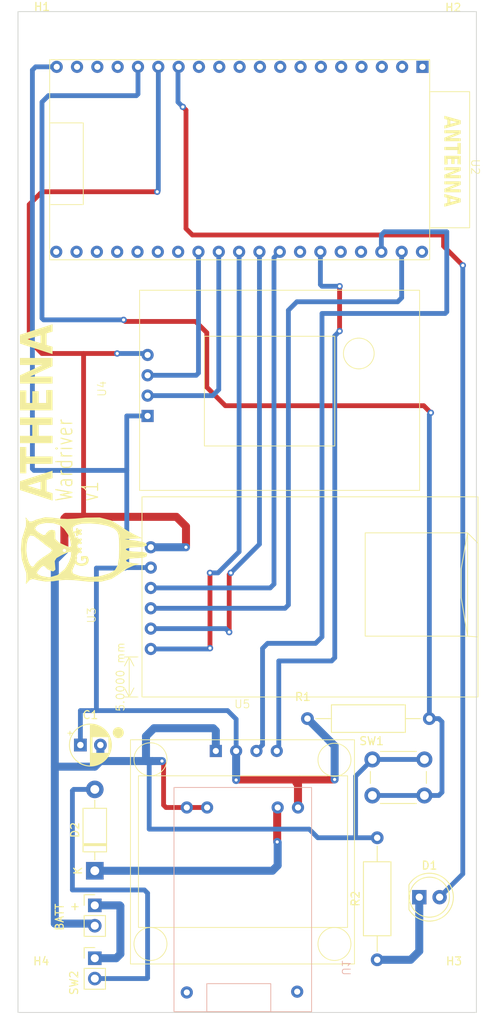
<source format=kicad_pcb>
(kicad_pcb (version 20221018) (generator pcbnew)
  (layers (0 "F.Cu" signal) (31 "B.Cu" signal) (34 "B.Paste" user) (35 "F.Paste" user) (36 "B.SilkS" user "B.Silkscreen") (37 "F.SilkS" user "F.Silkscreen") (38 "B.Mask" user) (39 "F.Mask" user) (44 "Edge.Cuts" user))
  (net 0 "")
  (net 1 "Net-(U1-OUT+)")
  (net 2 "GND")
  (net 3 "Net-(D1-K)")
  (net 4 "Net-(D1-A)")
  (net 5 "Net-(D2-K)")
  (net 6 "Net-(D2-A)")
  (net 7 "Net-(J1-Pin_1)")
  (net 8 "Net-(U2-P13)")
  (net 33 "Net-(U2-P16)")
  (net 34 "Net-(U2-P17)")
  (net 35 "Net-(U2-P5)")
  (net 36 "Net-(U2-P18)")
  (net 37 "Net-(U2-P19)")
  (net 39 "Net-(U2-P21)")
  (net 42 "Net-(U2-P22)")
  (net 43 "Net-(U2-P23)")
  (footprint "custom-modules:AI-THINKER-NODEMCU" (layer "F.Cu") (at 118.46 30.5 -90)
    (fp_text reference "U2" (at 13.4 -5.7 -90 unlocked) (layer "F.SilkS") (effects (font (thickness 0.1))))
    (fp_text value "NODEMCU")
    (fp_text user "ANTENNA" (at 7 -1.5 -90 unlocked) (layer "F.SilkS") (effects (font (size 2 1.5) (thickness 0.1)) (justify left bottom)))
    (fp_rect (start 0 0) (end 25 47.5) (stroke (width 0.1)) (fill none) (layer "F.SilkS"))
    (fp_rect (start 4 0) (end 21 -5) (stroke (width 0.1)) (fill none) (layer "F.SilkS"))
    (fp_rect (start 7.9 43.3) (end 18.1 47.5) (stroke (width 0.1)) (fill none) (layer "F.SilkS"))
    (pad "1" thru_hole rect (at 0.9 0.9 270) (size 1.524 1.524) (drill 0.762) (layers "*.Cu" "*.Mask"))
    (pad "2" thru_hole circle (at 0.9 3.44 270) (size 1.524 1.524) (drill 0.762) (layers "*.Cu" "*.Mask"))
    (pad "3" thru_hole circle (at 0.9 5.98 270) (size 1.524 1.524) (drill 0.762) (layers "*.Cu" "*.Mask"))
    (pad "4" thru_hole circle (at 0.9 8.52 270) (size 1.524 1.524) (drill 0.762) (layers "*.Cu" "*.Mask"))
    (pad "5" thru_hole circle (at 0.9 11.06 270) (size 1.524 1.524) (drill 0.762) (layers "*.Cu" "*.Mask"))
    (pad "6" thru_hole circle (at 0.9 13.6 270) (size 1.524 1.524) (drill 0.762) (layers "*.Cu" "*.Mask"))
    (pad "7" thru_hole circle (at 0.9 16.14 270) (size 1.524 1.524) (drill 0.762) (layers "*.Cu" "*.Mask"))
    (pad "8" thru_hole circle (at 0.9 18.68 270) (size 1.524 1.524) (drill 0.762) (layers "*.Cu" "*.Mask"))
    (pad "9" thru_hole circle (at 0.9 21.22 270) (size 1.524 1.524) (drill 0.762) (layers "*.Cu" "*.Mask"))
    (pad "10" thru_hole circle (at 0.9 23.76 270) (size 1.524 1.524) (drill 0.762) (layers "*.Cu" "*.Mask"))
    (pad "11" thru_hole circle (at 0.9 26.3 270) (size 1.524 1.524) (drill 0.762) (layers "*.Cu" "*.Mask"))
    (pad "12" thru_hole circle (at 0.9 28.84 270) (size 1.524 1.524) (drill 0.762) (layers "*.Cu" "*.Mask"))
    (pad "13" thru_hole circle (at 0.9 31.38 270) (size 1.524 1.524) (drill 0.762) (layers "*.Cu" "*.Mask") (net 4 "Net-(D1-A)"))
    (pad "14" thru_hole circle (at 0.9 33.92 270) (size 1.524 1.524) (drill 0.762) (layers "*.Cu" "*.Mask") (net 2 "GND"))
    (pad "15" thru_hole circle (at 0.9 36.46 270) (size 1.524 1.524) (drill 0.762) (layers "*.Cu" "*.Mask") (net 8 "Net-(U2-P13)"))
    (pad "16" thru_hole circle (at 0.9 39 270) (size 1.524 1.524) (drill 0.762) (layers "*.Cu" "*.Mask"))
    (pad "17" thru_hole circle (at 0.9 41.54 270) (size 1.524 1.524) (drill 0.762) (layers "*.Cu" "*.Mask"))
    (pad "18" thru_hole circle (at 0.9 44.08 270) (size 1.524 1.524) (drill 0.762) (layers "*.Cu" "*.Mask"))
    (pad "19" thru_hole circle (at 0.9 46.62 270) (size 1.524 1.524) (drill 0.762) (layers "*.Cu" "*.Mask") (net 1 "Net-(U1-OUT+)"))
    (pad "20" thru_hole circle (at 24 46.68 270) (size 1.524 1.524) (drill 0.762) (layers "*.Cu" "*.Mask"))
    (pad "21" thru_hole circle (at 24 44.14 270) (size 1.524 1.524) (drill 0.762) (layers "*.Cu" "*.Mask"))
    (pad "22" thru_hole circle (at 24 41.6 270) (size 1.524 1.524) (drill 0.762) (layers "*.Cu" "*.Mask"))
    (pad "23" thru_hole circle (at 24 39.06 270) (size 1.524 1.524) (drill 0.762) (layers "*.Cu" "*.Mask"))
    (pad "24" thru_hole circle (at 24 36.52 270) (size 1.524 1.524) (drill 0.762) (layers "*.Cu" "*.Mask"))
    (pad "25" thru_hole circle (at 24 33.98 270) (size 1.524 1.524) (drill 0.762) (layers "*.Cu" "*.Mask"))
    (pad "26" thru_hole circle (at 24 31.44 270) (size 1.524 1.524) (drill 0.762) (layers "*.Cu" "*.Mask"))
    (pad "27" thru_hole circle (at 24 28.9 270) (size 1.524 1.524) (drill 0.762) (layers "*.Cu" "*.Mask") (net 33 "Net-(U2-P16)"))
    (pad "28" thru_hole circle (at 24 26.36 270) (size 1.524 1.524) (drill 0.762) (layers "*.Cu" "*.Mask") (net 34 "Net-(U2-P17)"))
    (pad "29" thru_hole circle (at 24 23.82 270) (size 1.524 1.524) (drill 0.762) (layers "*.Cu" "*.Mask") (net 35 "Net-(U2-P5)"))
    (pad "30" thru_hole circle (at 24 21.28 270) (size 1.524 1.524) (drill 0.762) (layers "*.Cu" "*.Mask") (net 36 "Net-(U2-P18)"))
    (pad "31" thru_hole circle (at 24 18.74 270) (size 1.524 1.524) (drill 0.762) (layers "*.Cu" "*.Mask") (net 37 "Net-(U2-P19)"))
    (pad "32" thru_hole circle (at 24 16.2 270) (size 1.524 1.524) (drill 0.762) (layers "*.Cu" "*.Mask"))
    (pad "33" thru_hole circle (at 24 13.66 270) (size 1.524 1.524) (drill 0.762) (layers "*.Cu" "*.Mask") (net 39 "Net-(U2-P21)"))
    (pad "34" thru_hole circle (at 24 11.12 270) (size 1.524 1.524) (drill 0.762) (layers "*.Cu" "*.Mask"))
    (pad "35" thru_hole circle (at 24 8.58 270) (size 1.524 1.524) (drill 0.762) (layers "*.Cu" "*.Mask"))
    (pad "36" thru_hole circle (at 24 6.04 270) (size 1.524 1.524) (drill 0.762) (layers "*.Cu" "*.Mask") (net 42 "Net-(U2-P22)"))
    (pad "37" thru_hole circle (at 24 3.5 270) (size 1.524 1.524) (drill 0.762) (layers "*.Cu" "*.Mask") (net 43 "Net-(U2-P23)"))
    (pad "38" thru_hole circle (at 24 0.96 270) (size 1.524 1.524) (drill 0.762) (layers "*.Cu" "*.Mask"))
  )
  (footprint "Resistor_THT:R_Axial_DIN0309_L9.0mm_D3.2mm_P15.24mm_Horizontal" (layer "F.Cu") (at 103.18 112.8)
    (fp_text reference "R1" (at -0.58 -2.72) (layer "F.SilkS"))
    (fp_text value "10k")
    (fp_line (start 1.04 0) (end 3 0) (stroke (width 0.12)) (layer "F.SilkS"))
    (fp_line (start 3 -1.72) (end 3 1.72) (stroke (width 0.12)) (layer "F.SilkS"))
    (fp_line (start 3 1.72) (end 12.24 1.72) (stroke (width 0.12)) (layer "F.SilkS"))
    (fp_line (start 12.24 -1.72) (end 3 -1.72) (stroke (width 0.12)) (layer "F.SilkS"))
    (fp_line (start 12.24 1.72) (end 12.24 -1.72) (stroke (width 0.12)) (layer "F.SilkS"))
    (fp_line (start 14.2 0) (end 12.24 0) (stroke (width 0.12)) (layer "F.SilkS"))
    (pad "1" thru_hole circle (at 0 0) (size 1.6 1.6) (drill 0.8) (layers "*.Cu" "*.Mask") (net 1 "Net-(U1-OUT+)"))
    (pad "2" thru_hole oval (at 15.24 0) (size 1.6 1.6) (drill 0.8) (layers "*.Cu" "*.Mask") (net 8 "Net-(U2-P13)"))
  )
  (footprint "custom-modules:MICRO-SD-CARD-MODULE" (layer "F.Cu") (at 82.5 110.1 90)
    (fp_text reference "U3" (at 10.2 -6.3 90 unlocked) (layer "F.SilkS") (effects (font (thickness 0.1))))
    (fp_text value "MICRO-SD MODULE")
    (fp_line (start 7.5 42) (end 7.6 40.7) (stroke (width 0.1)) (layer "F.SilkS"))
    (fp_line (start 7.6 40.7) (end 12.4 39.9) (stroke (width 0.1)) (layer "F.SilkS"))
    (fp_line (start 12.4 39.9) (end 16 39.9) (stroke (width 0.1)) (layer "F.SilkS"))
    (fp_line (start 16 39.9) (end 20.5 40.7) (stroke (width 0.1)) (layer "F.SilkS"))
    (fp_line (start 19.2 42) (end 7.5 42) (stroke (width 0.1)) (layer "F.SilkS"))
    (fp_line (start 20.5 40.7) (end 19.2 42) (stroke (width 0.1)) (layer "F.SilkS"))
    (fp_rect (start 0 0) (end 25 42) (stroke (width 0.1)) (fill none) (layer "F.SilkS"))
    (fp_rect (start 7.6 27.9) (end 20.5 40.7) (stroke (width 0.1)) (fill none) (layer "F.SilkS"))
    (dimension (type aligned) (layer "F.SilkS") (pts (xy 82.5 110.1) (xy 82.5 105.1)) (height -1.6) (gr_text "5.0000 mm" (at 79.8 107.6 90) (layer "F.SilkS") (effects (font (size 1 1) (thickness 0.1)))) (format (prefix "") (suffix "") (units 3) (units_format 1) (precision 4)) (style (thickness 0.1) (arrow_length 1.27) (text_position_mode 0) (extension_height 0.58642) (extension_offset 0.5) keep_text_aligned))
    (pad "1" thru_hole circle (at 6 1.1 90) (size 1.524 1.524) (drill 0.762) (layers "*.Cu" "*.Mask") (net 35 "Net-(U2-P5)"))
    (pad "2" thru_hole circle (at 8.54 1.1 90) (size 1.524 1.524) (drill 0.762) (layers "*.Cu" "*.Mask") (net 36 "Net-(U2-P18)"))
    (pad "3" thru_hole circle (at 11.08 1.1 90) (size 1.524 1.524) (drill 0.762) (layers "*.Cu" "*.Mask") (net 43 "Net-(U2-P23)"))
    (pad "4" thru_hole circle (at 13.62 1.1 90) (size 1.524 1.524) (drill 0.762) (layers "*.Cu" "*.Mask") (net 37 "Net-(U2-P19)"))
    (pad "5" thru_hole circle (at 16.16 1.1 90) (size 1.524 1.524) (drill 0.762) (layers "*.Cu" "*.Mask") (net 1 "Net-(U1-OUT+)"))
    (pad "6" thru_hole circle (at 18.7 1.1 90) (size 1.524 1.524) (drill 0.762) (layers "*.Cu" "*.Mask") (net 2 "GND"))
  )
  (footprint "LED_THT:LED_D5.0mm" (layer "F.Cu") (at 117.16 135.1)
    (fp_text reference "D1" (at 1.27 -3.96) (layer "F.SilkS"))
    (fp_text value "LED")
    (fp_line (start -1.29 -1.545) (end -1.29 1.545) (stroke (width 0.12)) (layer "F.SilkS"))
    (fp_arc (start -1.29 -1.54483) (mid 2.072002 -2.880433) (end 4.26 0.000462) (stroke (width 0.12)) (layer "F.SilkS"))
    (fp_arc (start 4.26 -0.000462) (mid 2.072002 2.880433) (end -1.29 1.54483) (stroke (width 0.12)) (layer "F.SilkS"))
    (fp_circle (center 1.27 0) (end 3.77 0) (stroke (width 0.12)) (fill none) (layer "F.SilkS"))
    (pad "1" thru_hole rect (at 0 0) (size 1.8 1.8) (drill 0.9) (layers "*.Cu" "*.Mask") (net 3 "Net-(D1-K)"))
    (pad "2" thru_hole circle (at 2.54 0) (size 1.8 1.8) (drill 0.9) (layers "*.Cu" "*.Mask") (net 4 "Net-(D1-A)"))
  )
  (footprint "LOGO" (layer "F.Cu") (at 75 91.4 90)
    (fp_text reference "G***" (at 0 0 90) (layer "F.SilkS") (effects (font (size 1.5 1.5) (thickness 0.3))))
    (fp_text value "LOGO" hide)
    (fp_poly (pts (xy 0.954778 -7.536779) (xy 1.883545 -7.25226) (xy 2.645316 -7.009478) (xy 3.303853 -6.997933) (xy 3.725765 -7.064756) (xy 3.663701 -6.952985) (xy 3.503916 -6.845296) (xy 3.219368 -6.593358) (xy 3.223536 -6.255713) (xy 3.46293 -5.719419) (xy 3.752439 -4.60569) (xy 3.703438 -3.740763) (xy 3.575944 -2.74002) (xy 3.535273 -1.834808) (xy 3.581387 -0.808705) (xy 3.702695 0.449015) (xy 3.723846 2.200067) (xy 3.348922 3.659885) (xy 2.647355 4.820895) (xy 2.107687 5.611989) (xy 1.615734 6.496424) (xy 1.592539 6.544949) (xy 1.13669 7.510753) (xy 1.071674 6.41828) (xy 1.006658 5.325807) (xy 0.844727 6.670219) (xy 0.659297 7.618794) (xy 0.425724 8.092241) (xy 0.200945 8.078395) (xy 0.041898 7.56509) (xy 0 6.850717) (xy -0.048367 6.064296) (xy -0.172229 5.561093) (xy -0.273118 5.462366) (xy -0.428916 5.708001) (xy -0.527805 6.336051) (xy -0.546236 6.827957) (xy -0.604669 7.75481) (xy -0.787068 8.167084) (xy -1.104079 8.084553) (xy -1.183512 8.01147) (xy -1.295462 7.647726) (xy -1.359643 6.951421) (xy -1.365591 6.645879) (xy -1.435745 5.856181) (xy -1.602092 5.500016) (xy -1.798454 5.609505) (xy -1.958659 6.216768) (xy -1.975175 6.35) (xy -2.07313 7.237635) (xy -2.306683 6.41828) (xy -2.643178 5.672818) (xy -3.178418 4.870339) (xy -3.305033 4.71713) (xy -3.972529 3.670675) (xy -4.296138 2.411765) (xy -4.299327 0.928366) (xy -3.719115 0.928366) (xy -3.629945 2.100637) (xy -3.543939 2.495585) (xy -3.227167 3.485876) (xy -2.833005 4.116693) (xy -2.239809 4.467032) (xy -1.325935 4.615886) (xy -0.237084 4.643011) (xy 0.848742 4.630211) (xy 1.528429 4.565958) (xy 1.941926 4.411475) (xy 2.229182 4.127986) (xy 2.373121 3.919772) (xy 2.672634 3.180642) (xy 2.878673 2.139341) (xy 2.974351 1.00043) (xy 2.94278 -0.031528) (xy 2.767074 -0.751969) (xy 2.759902 -0.765692) (xy 2.499376 -1.136717) (xy 2.169794 -1.155822) (xy 1.706253 -0.941017) (xy 0.683375 -0.634082) (xy -0.55731 -0.571934) (xy -1.746131 -0.752904) (xy -2.300302 -0.965823) (xy -2.89821 -1.215581) (xy -3.222177 -1.14944) (xy -3.311081 -1.038007) (xy -3.607645 -0.196489) (xy -3.719115 0.928366) (xy -4.299327 0.928366) (xy -4.299538 0.830217) (xy -4.248045 0.328739) (xy -4.110496 -1.010797) (xy -4.075934 -2.030791) (xy -4.144329 -2.948136) (xy -4.247507 -3.61202) (xy -4.268148 -4.087031) (xy -3.762503 -4.087031) (xy -3.468231 -3.072565) (xy -2.749791 -2.190553) (xy -2.477151 -1.985054) (xy -1.785917 -1.607736) (xy -1.129093 -1.385687) (xy -0.667523 -1.359904) (xy -0.546236 -1.492884) (xy 0 -1.492884) (xy 0.218418 -1.362443) (xy 0.760488 -1.436873) (xy 1.456442 -1.686726) (xy 1.644177 -1.778095) (xy 2.308288 -2.247843) (xy 2.750399 -2.767087) (xy 2.999148 -3.572436) (xy 3.037617 -4.497633) (xy 2.872975 -5.30354) (xy 2.66408 -5.646519) (xy 2.34742 -5.861994) (xy 2.061771 -5.691652) (xy 1.807895 -5.337268) (xy 1.518421 -4.831092) (xy 1.553414 -4.584005) (xy 1.76575 -4.472312) (xy 2.11232 -4.09829) (xy 2.184947 -3.762596) (xy 2.070135 -3.365892) (xy 1.630765 -3.32134) (xy 1.531958 -3.338567) (xy 1.036595 -3.323097) (xy 0.666094 -2.964617) (xy 0.439485 -2.541785) (xy 0.153479 -1.911187) (xy 0.005601 -1.52489) (xy 0 -1.492884) (xy -0.546236 -1.492884) (xy -0.652845 -1.798258) (xy -0.917213 -2.396024) (xy -0.999121 -2.569888) (xy -1.351979 -3.187322) (xy -1.718743 -3.407804) (xy -2.228154 -3.364369) (xy -2.792327 -3.319994) (xy -2.993435 -3.543854) (xy -3.004301 -3.691127) (xy -2.79982 -4.251278) (xy -2.576524 -4.485912) (xy -2.315769 -4.757488) (xy -2.444916 -5.05049) (xy -2.703573 -5.30082) (xy -3.114543 -5.625164) (xy -3.352826 -5.540057) (xy -3.582209 -5.092244) (xy -3.762503 -4.087031) (xy -4.268148 -4.087031) (xy -4.288398 -4.553025) (xy -4.141596 -5.449232) (xy -4.126579 -5.494264) (xy -3.970098 -6.113487) (xy -2.445241 -6.113487) (xy -2.115472 -5.860009) (xy -2.109232 -5.857599) (xy -1.766304 -5.558376) (xy -1.301194 -4.955934) (xy -1.085038 -4.623405) (xy -0.661766 -3.983592) (xy -0.39692 -3.762927) (xy -0.194526 -3.89718) (xy -0.136559 -3.988632) (xy 0.210438 -4.487293) (xy 0.739996 -5.15861) (xy 0.908783 -5.359819) (xy 1.417924 -6.058596) (xy 1.472046 -6.502345) (xy 1.045441 -6.773772) (xy 0.42736 -6.90874) (xy -0.407962 -6.954387) (xy -1.215501 -6.855161) (xy -1.892638 -6.653587) (xy -2.336757 -6.392188) (xy -2.445241 -6.113487) (xy -3.970098 -6.113487) (xy -3.963382 -6.140063) (xy -4.087502 -6.532907) (xy -4.302331 -6.734282) (xy -4.585873 -6.988775) (xy -4.432696 -7.023182) (xy -4.05791 -6.94648) (xy -3.212482 -6.966625) (xy -2.501043 -7.215409) (xy -1.505449 -7.524652) (xy -0.269489 -7.632482)) (fill solid) (layer "F.SilkS"))
  )
  (footprint "custom-modules:oled-ssd1306" (layer "F.Cu") (at 81.0595 115.443)
    (fp_text reference "U5" (at 13.97 -4.445 unlocked) (layer "F.SilkS") (effects (font (thickness 0.1))))
    (fp_text value "0.96\" OLED ")
    (fp_rect (start 0 0) (end 28 28) (stroke (width 0.1)) (fill none) (layer "F.SilkS"))
    (fp_rect (start 1 4.5) (end 27.135 23.438448) (stroke (width 0.1)) (fill none) (layer "F.SilkS"))
    (fp_circle (center -1.524 -0.889) (end -0.889 -0.889) (stroke (width 0.1)) (fill solid) (layer "F.SilkS"))
    (fp_circle (center 2.5 2.438448) (end 3 4.438448) (stroke (width 0.1)) (fill none) (layer "F.SilkS"))
    (fp_circle (center 2.5 25.5) (end 3 27.5) (stroke (width 0.1)) (fill none) (layer "F.SilkS"))
    (fp_circle (center 25.5 2.5) (end 26 4.5) (stroke (width 0.1)) (fill none) (layer "F.SilkS"))
    (fp_circle (center 25.5 25.5) (end 26 27.5) (stroke (width 0.1)) (fill none) (layer "F.SilkS"))
    (pad "1" thru_hole rect (at 10.668 1.397) (size 1.524 1.524) (drill 0.762) (layers "*.Cu" "*.Mask") (net 2 "GND"))
    (pad "2" thru_hole circle (at 13.208 1.397) (size 1.524 1.524) (drill 0.762) (layers "*.Cu" "*.Mask") (net 1 "Net-(U1-OUT+)"))
    (pad "3" thru_hole circle (at 15.748 1.397) (size 1.524 1.524) (drill 0.762) (layers "*.Cu" "*.Mask") (net 42 "Net-(U2-P22)"))
    (pad "4" thru_hole circle (at 18.288 1.397) (size 1.524 1.524) (drill 0.762) (layers "*.Cu" "*.Mask") (net 39 "Net-(U2-P21)"))
  )
  (footprint "MountingHole:MountingHole_2.5mm" (layer "F.Cu") (at 69.9 146.6)
    (fp_text reference "H4" (at 0 -3.5) (layer "F.SilkS"))
    (fp_text value "MountingHole")
    (pad "" np_thru_hole circle (at 0 0) (size 2.5 2.5) (drill 2.5) (layers "*.Cu" "*.Mask"))
  )
  (footprint "Capacitor_THT:CP_Radial_D5.0mm_P2.50mm" (layer "F.Cu") (at 74.8 116.1)
    (fp_text reference "C1" (at 1.25 -3.75) (layer "F.SilkS"))
    (fp_text value "C_Small")
    (fp_line (start -1.554775 -1.475) (end -1.054775 -1.475) (stroke (width 0.12)) (layer "F.SilkS"))
    (fp_line (start -1.304775 -1.725) (end -1.304775 -1.225) (stroke (width 0.12)) (layer "F.SilkS"))
    (fp_line (start 1.25 -2.58) (end 1.25 2.58) (stroke (width 0.12)) (layer "F.SilkS"))
    (fp_line (start 1.29 -2.58) (end 1.29 2.58) (stroke (width 0.12)) (layer "F.SilkS"))
    (fp_line (start 1.33 -2.579) (end 1.33 2.579) (stroke (width 0.12)) (layer "F.SilkS"))
    (fp_line (start 1.37 -2.578) (end 1.37 2.578) (stroke (width 0.12)) (layer "F.SilkS"))
    (fp_line (start 1.41 -2.576) (end 1.41 2.576) (stroke (width 0.12)) (layer "F.SilkS"))
    (fp_line (start 1.45 -2.573) (end 1.45 2.573) (stroke (width 0.12)) (layer "F.SilkS"))
    (fp_line (start 1.49 -2.569) (end 1.49 -1.04) (stroke (width 0.12)) (layer "F.SilkS"))
    (fp_line (start 1.49 1.04) (end 1.49 2.569) (stroke (width 0.12)) (layer "F.SilkS"))
    (fp_line (start 1.53 -2.565) (end 1.53 -1.04) (stroke (width 0.12)) (layer "F.SilkS"))
    (fp_line (start 1.53 1.04) (end 1.53 2.565) (stroke (width 0.12)) (layer "F.SilkS"))
    (fp_line (start 1.57 -2.561) (end 1.57 -1.04) (stroke (width 0.12)) (layer "F.SilkS"))
    (fp_line (start 1.57 1.04) (end 1.57 2.561) (stroke (width 0.12)) (layer "F.SilkS"))
    (fp_line (start 1.61 -2.556) (end 1.61 -1.04) (stroke (width 0.12)) (layer "F.SilkS"))
    (fp_line (start 1.61 1.04) (end 1.61 2.556) (stroke (width 0.12)) (layer "F.SilkS"))
    (fp_line (start 1.65 -2.55) (end 1.65 -1.04) (stroke (width 0.12)) (layer "F.SilkS"))
    (fp_line (start 1.65 1.04) (end 1.65 2.55) (stroke (width 0.12)) (layer "F.SilkS"))
    (fp_line (start 1.69 -2.543) (end 1.69 -1.04) (stroke (width 0.12)) (layer "F.SilkS"))
    (fp_line (start 1.69 1.04) (end 1.69 2.543) (stroke (width 0.12)) (layer "F.SilkS"))
    (fp_line (start 1.73 -2.536) (end 1.73 -1.04) (stroke (width 0.12)) (layer "F.SilkS"))
    (fp_line (start 1.73 1.04) (end 1.73 2.536) (stroke (width 0.12)) (layer "F.SilkS"))
    (fp_line (start 1.77 -2.528) (end 1.77 -1.04) (stroke (width 0.12)) (layer "F.SilkS"))
    (fp_line (start 1.77 1.04) (end 1.77 2.528) (stroke (width 0.12)) (layer "F.SilkS"))
    (fp_line (start 1.81 -2.52) (end 1.81 -1.04) (stroke (width 0.12)) (layer "F.SilkS"))
    (fp_line (start 1.81 1.04) (end 1.81 2.52) (stroke (width 0.12)) (layer "F.SilkS"))
    (fp_line (start 1.85 -2.511) (end 1.85 -1.04) (stroke (width 0.12)) (layer "F.SilkS"))
    (fp_line (start 1.85 1.04) (end 1.85 2.511) (stroke (width 0.12)) (layer "F.SilkS"))
    (fp_line (start 1.89 -2.501) (end 1.89 -1.04) (stroke (width 0.12)) (layer "F.SilkS"))
    (fp_line (start 1.89 1.04) (end 1.89 2.501) (stroke (width 0.12)) (layer "F.SilkS"))
    (fp_line (start 1.93 -2.491) (end 1.93 -1.04) (stroke (width 0.12)) (layer "F.SilkS"))
    (fp_line (start 1.93 1.04) (end 1.93 2.491) (stroke (width 0.12)) (layer "F.SilkS"))
    (fp_line (start 1.971 -2.48) (end 1.971 -1.04) (stroke (width 0.12)) (layer "F.SilkS"))
    (fp_line (start 1.971 1.04) (end 1.971 2.48) (stroke (width 0.12)) (layer "F.SilkS"))
    (fp_line (start 2.011 -2.468) (end 2.011 -1.04) (stroke (width 0.12)) (layer "F.SilkS"))
    (fp_line (start 2.011 1.04) (end 2.011 2.468) (stroke (width 0.12)) (layer "F.SilkS"))
    (fp_line (start 2.051 -2.455) (end 2.051 -1.04) (stroke (width 0.12)) (layer "F.SilkS"))
    (fp_line (start 2.051 1.04) (end 2.051 2.455) (stroke (width 0.12)) (layer "F.SilkS"))
    (fp_line (start 2.091 -2.442) (end 2.091 -1.04) (stroke (width 0.12)) (layer "F.SilkS"))
    (fp_line (start 2.091 1.04) (end 2.091 2.442) (stroke (width 0.12)) (layer "F.SilkS"))
    (fp_line (start 2.131 -2.428) (end 2.131 -1.04) (stroke (width 0.12)) (layer "F.SilkS"))
    (fp_line (start 2.131 1.04) (end 2.131 2.428) (stroke (width 0.12)) (layer "F.SilkS"))
    (fp_line (start 2.171 -2.414) (end 2.171 -1.04) (stroke (width 0.12)) (layer "F.SilkS"))
    (fp_line (start 2.171 1.04) (end 2.171 2.414) (stroke (width 0.12)) (layer "F.SilkS"))
    (fp_line (start 2.211 -2.398) (end 2.211 -1.04) (stroke (width 0.12)) (layer "F.SilkS"))
    (fp_line (start 2.211 1.04) (end 2.211 2.398) (stroke (width 0.12)) (layer "F.SilkS"))
    (fp_line (start 2.251 -2.382) (end 2.251 -1.04) (stroke (width 0.12)) (layer "F.SilkS"))
    (fp_line (start 2.251 1.04) (end 2.251 2.382) (stroke (width 0.12)) (layer "F.SilkS"))
    (fp_line (start 2.291 -2.365) (end 2.291 -1.04) (stroke (width 0.12)) (layer "F.SilkS"))
    (fp_line (start 2.291 1.04) (end 2.291 2.365) (stroke (width 0.12)) (layer "F.SilkS"))
    (fp_line (start 2.331 -2.348) (end 2.331 -1.04) (stroke (width 0.12)) (layer "F.SilkS"))
    (fp_line (start 2.331 1.04) (end 2.331 2.348) (stroke (width 0.12)) (layer "F.SilkS"))
    (fp_line (start 2.371 -2.329) (end 2.371 -1.04) (stroke (width 0.12)) (layer "F.SilkS"))
    (fp_line (start 2.371 1.04) (end 2.371 2.329) (stroke (width 0.12)) (layer "F.SilkS"))
    (fp_line (start 2.411 -2.31) (end 2.411 -1.04) (stroke (width 0.12)) (layer "F.SilkS"))
    (fp_line (start 2.411 1.04) (end 2.411 2.31) (stroke (width 0.12)) (layer "F.SilkS"))
    (fp_line (start 2.451 -2.29) (end 2.451 -1.04) (stroke (width 0.12)) (layer "F.SilkS"))
    (fp_line (start 2.451 1.04) (end 2.451 2.29) (stroke (width 0.12)) (layer "F.SilkS"))
    (fp_line (start 2.491 -2.268) (end 2.491 -1.04) (stroke (width 0.12)) (layer "F.SilkS"))
    (fp_line (start 2.491 1.04) (end 2.491 2.268) (stroke (width 0.12)) (layer "F.SilkS"))
    (fp_line (start 2.531 -2.247) (end 2.531 -1.04) (stroke (width 0.12)) (layer "F.SilkS"))
    (fp_line (start 2.531 1.04) (end 2.531 2.247) (stroke (width 0.12)) (layer "F.SilkS"))
    (fp_line (start 2.571 -2.224) (end 2.571 -1.04) (stroke (width 0.12)) (layer "F.SilkS"))
    (fp_line (start 2.571 1.04) (end 2.571 2.224) (stroke (width 0.12)) (layer "F.SilkS"))
    (fp_line (start 2.611 -2.2) (end 2.611 -1.04) (stroke (width 0.12)) (layer "F.SilkS"))
    (fp_line (start 2.611 1.04) (end 2.611 2.2) (stroke (width 0.12)) (layer "F.SilkS"))
    (fp_line (start 2.651 -2.175) (end 2.651 -1.04) (stroke (width 0.12)) (layer "F.SilkS"))
    (fp_line (start 2.651 1.04) (end 2.651 2.175) (stroke (width 0.12)) (layer "F.SilkS"))
    (fp_line (start 2.691 -2.149) (end 2.691 -1.04) (stroke (width 0.12)) (layer "F.SilkS"))
    (fp_line (start 2.691 1.04) (end 2.691 2.149) (stroke (width 0.12)) (layer "F.SilkS"))
    (fp_line (start 2.731 -2.122) (end 2.731 -1.04) (stroke (width 0.12)) (layer "F.SilkS"))
    (fp_line (start 2.731 1.04) (end 2.731 2.122) (stroke (width 0.12)) (layer "F.SilkS"))
    (fp_line (start 2.771 -2.095) (end 2.771 -1.04) (stroke (width 0.12)) (layer "F.SilkS"))
    (fp_line (start 2.771 1.04) (end 2.771 2.095) (stroke (width 0.12)) (layer "F.SilkS"))
    (fp_line (start 2.811 -2.065) (end 2.811 -1.04) (stroke (width 0.12)) (layer "F.SilkS"))
    (fp_line (start 2.811 1.04) (end 2.811 2.065) (stroke (width 0.12)) (layer "F.SilkS"))
    (fp_line (start 2.851 -2.035) (end 2.851 -1.04) (stroke (width 0.12)) (layer "F.SilkS"))
    (fp_line (start 2.851 1.04) (end 2.851 2.035) (stroke (width 0.12)) (layer "F.SilkS"))
    (fp_line (start 2.891 -2.004) (end 2.891 -1.04) (stroke (width 0.12)) (layer "F.SilkS"))
    (fp_line (start 2.891 1.04) (end 2.891 2.004) (stroke (width 0.12)) (layer "F.SilkS"))
    (fp_line (start 2.931 -1.971) (end 2.931 -1.04) (stroke (width 0.12)) (layer "F.SilkS"))
    (fp_line (start 2.931 1.04) (end 2.931 1.971) (stroke (width 0.12)) (layer "F.SilkS"))
    (fp_line (start 2.971 -1.937) (end 2.971 -1.04) (stroke (width 0.12)) (layer "F.SilkS"))
    (fp_line (start 2.971 1.04) (end 2.971 1.937) (stroke (width 0.12)) (layer "F.SilkS"))
    (fp_line (start 3.011 -1.901) (end 3.011 -1.04) (stroke (width 0.12)) (layer "F.SilkS"))
    (fp_line (start 3.011 1.04) (end 3.011 1.901) (stroke (width 0.12)) (layer "F.SilkS"))
    (fp_line (start 3.051 -1.864) (end 3.051 -1.04) (stroke (width 0.12)) (layer "F.SilkS"))
    (fp_line (start 3.051 1.04) (end 3.051 1.864) (stroke (width 0.12)) (layer "F.SilkS"))
    (fp_line (start 3.091 -1.826) (end 3.091 -1.04) (stroke (width 0.12)) (layer "F.SilkS"))
    (fp_line (start 3.091 1.04) (end 3.091 1.826) (stroke (width 0.12)) (layer "F.SilkS"))
    (fp_line (start 3.131 -1.785) (end 3.131 -1.04) (stroke (width 0.12)) (layer "F.SilkS"))
    (fp_line (start 3.131 1.04) (end 3.131 1.785) (stroke (width 0.12)) (layer "F.SilkS"))
    (fp_line (start 3.171 -1.743) (end 3.171 -1.04) (stroke (width 0.12)) (layer "F.SilkS"))
    (fp_line (start 3.171 1.04) (end 3.171 1.743) (stroke (width 0.12)) (layer "F.SilkS"))
    (fp_line (start 3.211 -1.699) (end 3.211 -1.04) (stroke (width 0.12)) (layer "F.SilkS"))
    (fp_line (start 3.211 1.04) (end 3.211 1.699) (stroke (width 0.12)) (layer "F.SilkS"))
    (fp_line (start 3.251 -1.653) (end 3.251 -1.04) (stroke (width 0.12)) (layer "F.SilkS"))
    (fp_line (start 3.251 1.04) (end 3.251 1.653) (stroke (width 0.12)) (layer "F.SilkS"))
    (fp_line (start 3.291 -1.605) (end 3.291 -1.04) (stroke (width 0.12)) (layer "F.SilkS"))
    (fp_line (start 3.291 1.04) (end 3.291 1.605) (stroke (width 0.12)) (layer "F.SilkS"))
    (fp_line (start 3.331 -1.554) (end 3.331 -1.04) (stroke (width 0.12)) (layer "F.SilkS"))
    (fp_line (start 3.331 1.04) (end 3.331 1.554) (stroke (width 0.12)) (layer "F.SilkS"))
    (fp_line (start 3.371 -1.5) (end 3.371 -1.04) (stroke (width 0.12)) (layer "F.SilkS"))
    (fp_line (start 3.371 1.04) (end 3.371 1.5) (stroke (width 0.12)) (layer "F.SilkS"))
    (fp_line (start 3.411 -1.443) (end 3.411 -1.04) (stroke (width 0.12)) (layer "F.SilkS"))
    (fp_line (start 3.411 1.04) (end 3.411 1.443) (stroke (width 0.12)) (layer "F.SilkS"))
    (fp_line (start 3.451 -1.383) (end 3.451 -1.04) (stroke (width 0.12)) (layer "F.SilkS"))
    (fp_line (start 3.451 1.04) (end 3.451 1.383) (stroke (width 0.12)) (layer "F.SilkS"))
    (fp_line (start 3.491 -1.319) (end 3.491 -1.04) (stroke (width 0.12)) (layer "F.SilkS"))
    (fp_line (start 3.491 1.04) (end 3.491 1.319) (stroke (width 0.12)) (layer "F.SilkS"))
    (fp_line (start 3.531 -1.251) (end 3.531 -1.04) (stroke (width 0.12)) (layer "F.SilkS"))
    (fp_line (start 3.531 1.04) (end 3.531 1.251) (stroke (width 0.12)) (layer "F.SilkS"))
    (fp_line (start 3.571 -1.178) (end 3.571 1.178) (stroke (width 0.12)) (layer "F.SilkS"))
    (fp_line (start 3.611 -1.098) (end 3.611 1.098) (stroke (width 0.12)) (layer "F.SilkS"))
    (fp_line (start 3.651 -1.011) (end 3.651 1.011) (stroke (width 0.12)) (layer "F.SilkS"))
    (fp_line (start 3.691 -0.915) (end 3.691 0.915) (stroke (width 0.12)) (layer "F.SilkS"))
    (fp_line (start 3.731 -0.805) (end 3.731 0.805) (stroke (width 0.12)) (layer "F.SilkS"))
    (fp_line (start 3.771 -0.677) (end 3.771 0.677) (stroke (width 0.12)) (layer "F.SilkS"))
    (fp_line (start 3.811 -0.518) (end 3.811 0.518) (stroke (width 0.12)) (layer "F.SilkS"))
    (fp_line (start 3.851 -0.284) (end 3.851 0.284) (stroke (width 0.12)) (layer "F.SilkS"))
    (fp_circle (center 1.25 0) (end 3.87 0) (stroke (width 0.12)) (fill none) (layer "F.SilkS"))
    (pad "1" thru_hole rect (at 0 0) (size 1.6 1.6) (drill 0.8) (layers "*.Cu" "*.Mask") (net 1 "Net-(U1-OUT+)"))
    (pad "2" thru_hole circle (at 2.5 0) (size 1.6 1.6) (drill 0.8) (layers "*.Cu" "*.Mask") (net 2 "GND"))
  )
  (footprint "custom-modules:NEO6M-GPS-MODULE" (layer "F.Cu") (at 82.2 84.3 90)
    (fp_text reference "U4" (at 12.7 -4.7 90 unlocked) (layer "F.SilkS") (effects (font (thickness 0.1))))
    (fp_text value "NEO6M-GPS-MODULE")
    (fp_rect (start 0 0) (end 25 35) (stroke (width 0.1)) (fill none) (layer "F.SilkS"))
    (fp_rect (start 5.55 8.1) (end 19.25 24.4) (stroke (width 0.1)) (fill none) (layer "F.SilkS"))
    (fp_circle (center 17.1 27.4) (end 18.3 28.9) (stroke (width 0.1)) (fill none) (layer "F.SilkS"))
    (pad "1" thru_hole rect (at 9.3 1 90) (size 1.524 1.524) (drill 0.762) (layers "*.Cu" "*.Mask") (net 1 "Net-(U1-OUT+)"))
    (pad "2" thru_hole circle (at 11.84 1 90) (size 1.524 1.524) (drill 0.762) (layers "*.Cu" "*.Mask") (net 34 "Net-(U2-P17)"))
    (pad "3" thru_hole circle (at 14.38 1 90) (size 1.524 1.524) (drill 0.762) (layers "*.Cu" "*.Mask") (net 33 "Net-(U2-P16)"))
    (pad "4" thru_hole circle (at 16.92 1 90) (size 1.524 1.524) (drill 0.762) (layers "*.Cu" "*.Mask") (net 2 "GND"))
  )
  (footprint "MountingHole:MountingHole_2.5mm" (layer "F.Cu") (at 121.4 27.5)
    (fp_text reference "H2" (at 0 -3.5) (layer "F.SilkS"))
    (fp_text value "MountingHole")
    (pad "" np_thru_hole circle (at 0 0) (size 2.5 2.5) (drill 2.5) (layers "*.Cu" "*.Mask"))
  )
  (footprint "Resistor_THT:R_Axial_DIN0309_L9.0mm_D3.2mm_P15.24mm_Horizontal" (layer "F.Cu") (at 111.9 142.92 90)
    (fp_text reference "R2" (at 7.62 -2.72 90) (layer "F.SilkS"))
    (fp_text value "220R")
    (fp_line (start 1.04 0) (end 3 0) (stroke (width 0.12)) (layer "F.SilkS"))
    (fp_line (start 3 -1.72) (end 3 1.72) (stroke (width 0.12)) (layer "F.SilkS"))
    (fp_line (start 3 1.72) (end 12.24 1.72) (stroke (width 0.12)) (layer "F.SilkS"))
    (fp_line (start 12.24 -1.72) (end 3 -1.72) (stroke (width 0.12)) (layer "F.SilkS"))
    (fp_line (start 12.24 1.72) (end 12.24 -1.72) (stroke (width 0.12)) (layer "F.SilkS"))
    (fp_line (start 14.2 0) (end 12.24 0) (stroke (width 0.12)) (layer "F.SilkS"))
    (pad "1" thru_hole circle (at 0 0 90) (size 1.6 1.6) (drill 0.8) (layers "*.Cu" "*.Mask") (net 3 "Net-(D1-K)"))
    (pad "2" thru_hole oval (at 15.24 0 90) (size 1.6 1.6) (drill 0.8) (layers "*.Cu" "*.Mask") (net 2 "GND"))
  )
  (footprint "Button_Switch_THT:SW_PUSH_6mm_H5mm" (layer "F.Cu") (at 111.3 117.9)
    (fp_text reference "SW1" (at -0.1 -2.3) (layer "F.SilkS"))
    (fp_text value "SW_Push")
    (fp_line (start -0.25 1.5) (end -0.25 3) (stroke (width 0.12)) (layer "F.SilkS"))
    (fp_line (start 1 5.5) (end 5.5 5.5) (stroke (width 0.12)) (layer "F.SilkS"))
    (fp_line (start 5.5 -1) (end 1 -1) (stroke (width 0.12)) (layer "F.SilkS"))
    (fp_line (start 6.75 3) (end 6.75 1.5) (stroke (width 0.12)) (layer "F.SilkS"))
    (pad "1" thru_hole circle (at 0 0 90) (size 2 2) (drill 1.1) (layers "*.Cu" "*.Mask") (net 2 "GND"))
    (pad "1" thru_hole circle (at 6.5 0 90) (size 2 2) (drill 1.1) (layers "*.Cu" "*.Mask") (net 2 "GND"))
    (pad "2" thru_hole circle (at 0 4.5 90) (size 2 2) (drill 1.1) (layers "*.Cu" "*.Mask") (net 8 "Net-(U2-P13)"))
    (pad "2" thru_hole circle (at 6.5 4.5 90) (size 2 2) (drill 1.1) (layers "*.Cu" "*.Mask") (net 8 "Net-(U2-P13)"))
  )
  (footprint "Diode_THT:D_DO-41_SOD81_P10.16mm_Horizontal" (layer "F.Cu") (at 76.6 131.8 90)
    (fp_text reference "D2" (at 5.08 -2.47 90) (layer "F.SilkS"))
    (fp_text value "1N4001")
    (fp_text user "K" (at 0 -2.1 90) (layer "F.SilkS"))
    (fp_line (start 1.34 0) (end 2.36 0) (stroke (width 0.12)) (layer "F.SilkS"))
    (fp_line (start 2.36 -1.47) (end 2.36 1.47) (stroke (width 0.12)) (layer "F.SilkS"))
    (fp_line (start 2.36 1.47) (end 7.8 1.47) (stroke (width 0.12)) (layer "F.SilkS"))
    (fp_line (start 3.14 -1.47) (end 3.14 1.47) (stroke (width 0.12)) (layer "F.SilkS"))
    (fp_line (start 3.26 -1.47) (end 3.26 1.47) (stroke (width 0.12)) (layer "F.SilkS"))
    (fp_line (start 3.38 -1.47) (end 3.38 1.47) (stroke (width 0.12)) (layer "F.SilkS"))
    (fp_line (start 7.8 -1.47) (end 2.36 -1.47) (stroke (width 0.12)) (layer "F.SilkS"))
    (fp_line (start 7.8 1.47) (end 7.8 -1.47) (stroke (width 0.12)) (layer "F.SilkS"))
    (fp_line (start 8.82 0) (end 7.8 0) (stroke (width 0.12)) (layer "F.SilkS"))
    (pad "1" thru_hole rect (at 0 0 90) (size 2.2 2.2) (drill 1.1) (layers "*.Cu" "*.Mask") (net 5 "Net-(D2-K)"))
    (pad "2" thru_hole oval (at 10.16 0 90) (size 2.2 2.2) (drill 1.1) (layers "*.Cu" "*.Mask") (net 6 "Net-(D2-A)"))
  )
  (footprint "Connector_PinHeader_2.54mm:PinHeader_1x02_P2.54mm_Vertical" (layer "F.Cu") (at 76.6 142.725)
    (fp_text reference "SW2" (at -2.6 3.075 90) (layer "F.SilkS"))
    (fp_text value "SW_SPST")
    (fp_line (start -1.33 -1.33) (end 0 -1.33) (stroke (width 0.12)) (layer "F.SilkS"))
    (fp_line (start -1.33 0) (end -1.33 -1.33) (stroke (width 0.12)) (layer "F.SilkS"))
    (fp_line (start -1.33 1.27) (end -1.33 3.87) (stroke (width 0.12)) (layer "F.SilkS"))
    (fp_line (start -1.33 1.27) (end 1.33 1.27) (stroke (width 0.12)) (layer "F.SilkS"))
    (fp_line (start -1.33 3.87) (end 1.33 3.87) (stroke (width 0.12)) (layer "F.SilkS"))
    (fp_line (start 1.33 1.27) (end 1.33 3.87) (stroke (width 0.12)) (layer "F.SilkS"))
    (pad "1" thru_hole rect (at 0 0) (size 1.7 1.7) (drill 1) (layers "*.Cu" "*.Mask") (net 7 "Net-(J1-Pin_1)"))
    (pad "2" thru_hole oval (at 0 2.54) (size 1.7 1.7) (drill 1) (layers "*.Cu" "*.Mask") (net 6 "Net-(D2-A)"))
  )
  (footprint "Connector_PinHeader_2.54mm:PinHeader_1x02_P2.54mm_Vertical" (layer "F.Cu") (at 76.6 136.125)
    (fp_text reference "BATT" (at -4.4 1.475 90) (layer "F.SilkS"))
    (fp_text value "LIPO BATTERY")
    (fp_line (start -1.33 -1.33) (end 0 -1.33) (stroke (width 0.12)) (layer "F.SilkS"))
    (fp_line (start -1.33 0) (end -1.33 -1.33) (stroke (width 0.12)) (layer "F.SilkS"))
    (fp_line (start -1.33 1.27) (end -1.33 3.87) (stroke (width 0.12)) (layer "F.SilkS"))
    (fp_line (start -1.33 1.27) (end 1.33 1.27) (stroke (width 0.12)) (layer "F.SilkS"))
    (fp_line (start -1.33 3.87) (end 1.33 3.87) (stroke (width 0.12)) (layer "F.SilkS"))
    (fp_line (start 1.33 1.27) (end 1.33 3.87) (stroke (width 0.12)) (layer "F.SilkS"))
    (pad "1" thru_hole rect (at 0 0) (size 1.7 1.7) (drill 1) (layers "*.Cu" "*.Mask") (net 7 "Net-(J1-Pin_1)"))
    (pad "2" thru_hole oval (at 0 2.54) (size 1.7 1.7) (drill 1) (layers "*.Cu" "*.Mask") (net 2 "GND"))
  )
  (footprint "MountingHole:MountingHole_2.5mm" (layer "F.Cu") (at 70 27.4)
    (fp_text reference "H1" (at 0 -3.5) (layer "F.SilkS"))
    (fp_text value "MountingHole")
    (pad "" np_thru_hole circle (at 0 0) (size 2.5 2.5) (drill 2.5) (layers "*.Cu" "*.Mask"))
  )
  (footprint "MountingHole:MountingHole_2.5mm" (layer "F.Cu") (at 121.5 146.6)
    (fp_text reference "H3" (at 0 -3.5) (layer "F.SilkS"))
    (fp_text value "MountingHole")
    (pad "" np_thru_hole circle (at 0 0) (size 2.5 2.5) (drill 2.5) (layers "*.Cu" "*.Mask"))
  )
  (footprint "custom-modules:TP4056" (layer "B.Cu") (at 103.7 149.4 90)
    (fp_text reference "U1" (at 5.5 4.3 270 unlocked) (layer "B.SilkS") (effects (font (thickness 0.1)) (justify mirror)))
    (fp_text value "TP4056")
    (fp_rect (start 0 -5.1) (end 3.5 -13.1) (stroke (width 0.1)) (fill none) (layer "B.SilkS"))
    (fp_rect (start 0 0) (end 28 -17.2) (stroke (width 0.1)) (fill none) (layer "B.SilkS"))
    (pad "1" thru_hole circle (at 2.5 -1.8 90) (size 1.524 1.524) (drill 0.762) (layers "*.Cu" "*.Mask"))
    (pad "2" thru_hole circle (at 2.4 -15.6 90) (size 1.524 1.524) (drill 0.762) (layers "*.Cu" "*.Mask"))
    (pad "3" thru_hole circle (at 25.5 -15.6 90) (size 1.524 1.524) (drill 0.762) (layers "*.Cu" "*.Mask") (net 2 "GND"))
    (pad "4" thru_hole circle (at 25.5 -13.06 90) (size 1.524 1.524) (drill 0.762) (layers "*.Cu" "*.Mask") (net 2 "GND"))
    (pad "5" thru_hole circle (at 25.5 -4.24 90) (size 1.524 1.524) (drill 0.762) (layers "*.Cu" "*.Mask") (net 5 "Net-(D2-K)"))
    (pad "6" thru_hole circle (at 25.5 -1.7 90) (size 1.524 1.524) (drill 0.762) (layers "*.Cu" "*.Mask") (net 1 "Net-(U1-OUT+)"))
  )
  (gr_rect (start 67 24.5) (end 124.3 149.5) (stroke (width 0.1)) (fill none) (layer "Edge.Cuts"))
  (gr_text "+\n" (at 73.4 136.8) (layer "F.SilkS") (effects (font (size 1 1)) (justify left bottom)))
  (gr_text "Wardriver \nv1" (at 77.2 85.8 90) (layer "F.SilkS") (effects (font (size 2 1.5)) (justify left bottom)))
  (gr_text "ATHENA\n" (at 72 85.6 90) (layer "F.SilkS") (effects (font (size 4 3.5) (thickness 0.4) bold) (justify left bottom)))
  (segment (start 102.2 120.4) (end 94.335 120.4) (width 1) (layer "F.Cu") (net 1))
  (segment (start 102.2 120.4) (end 106.58 120.4) (width 1) (layer "F.Cu") (net 1))
  (segment (start 102 121) (end 101.8 120.8) (width 1) (layer "F.Cu") (net 1))
  (segment (start 94.335 120.4) (end 94.2675 120.4675) (width 1) (layer "F.Cu") (net 1))
  (segment (start 102 123.9) (end 102 121) (width 1) (layer "F.Cu") (net 1))
  (segment (start 101.8 120.8) (end 102.2 120.4) (width 1) (layer "F.Cu") (net 1))
  (via (at 106.58 120.4) (size 0.8) (drill 0.4) (layers "F.Cu" "B.Cu") (net 1))
  (via (at 94.2675 120.4675) (size 0.8) (drill 0.4) (layers "F.Cu" "B.Cu") (net 1))
  (segment (start 69 81.8) (end 80.6 81.8) (width 0.6) (layer "B.Cu") (net 1))
  (segment (start 80.6 93.8) (end 80.6 81.8) (width 0.6) (layer "B.Cu") (net 1))
  (segment (start 80.6 81.8) (end 80.6 75) (width 0.6) (layer "B.Cu") (net 1))
  (segment (start 80.6 75) (end 83.2 75) (width 0.6) (layer "B.Cu") (net 1))
  (segment (start 74.8 111.8) (end 76.2 111.8) (width 0.6) (layer "B.Cu") (net 1))
  (segment (start 74.8 116.1) (end 74.8 111.8) (width 0.6) (layer "B.Cu") (net 1))
  (segment (start 106.58 116.2) (end 103.18 112.8) (width 1) (layer "B.Cu") (net 1))
  (segment (start 68.8 81.6) (end 69 81.8) (width 0.6) (layer "B.Cu") (net 1))
  (segment (start 76.8 94) (end 80.4 94) (width 0.6) (layer "B.Cu") (net 1))
  (segment (start 76.2 111.8) (end 76.8 111.8) (width 0.6) (layer "B.Cu") (net 1))
  (segment (start 106.58 120.4) (end 106.58 116.2) (width 1) (layer "B.Cu") (net 1))
  (segment (start 94.2675 112.8675) (end 94.2675 116.84) (width 0.6) (layer "B.Cu") (net 1))
  (segment (start 71.84 31.4) (end 69.2 31.4) (width 0.6) (layer "B.Cu") (net 1))
  (segment (start 80.74 93.94) (end 80.6 93.8) (width 0.6) (layer "B.Cu") (net 1))
  (segment (start 68.8 31.8) (end 68.8 81.6) (width 0.6) (layer "B.Cu") (net 1))
  (segment (start 94.2675 116.84) (end 94.2675 120.4675) (width 1) (layer "B.Cu") (net 1))
  (segment (start 76.2 111.8) (end 93.2 111.8) (width 0.6) (layer "B.Cu") (net 1))
  (segment (start 76.8 111.8) (end 76.8 94) (width 0.6) (layer "B.Cu") (net 1))
  (segment (start 69.2 31.4) (end 68.8 31.8) (width 0.6) (layer "B.Cu") (net 1))
  (segment (start 93.2 111.8) (end 94.2675 112.8675) (width 0.6) (layer "B.Cu") (net 1))
  (segment (start 83.6 93.94) (end 80.74 93.94) (width 0.6) (layer "B.Cu") (net 1))
  (segment (start 102 123.9) (end 102.1 124) (width 1) (layer "B.Cu") (net 1))
  (segment (start 80.4 94) (end 80.6 93.8) (width 0.6) (layer "B.Cu") (net 1))
  (segment (start 75.2 67.2) (end 79.4 67.2) (width 0.6) (layer "F.Cu") (net 2))
  (segment (start 88 88.8) (end 88 91.4) (width 1) (layer "F.Cu") (net 2))
  (segment (start 73 87.6) (end 74.8 87.6) (width 1) (layer "F.Cu") (net 2))
  (segment (start 75.2 67.2) (end 75.2 87.2) (width 0.6) (layer "F.Cu") (net 2))
  (segment (start 72.8 91.8) (end 72.8 87.8) (width 1) (layer "F.Cu") (net 2))
  (segment (start 74.8 87.6) (end 86.8 87.6) (width 1) (layer "F.Cu") (net 2))
  (segment (start 85.5 123.9) (end 88.1 123.9) (width 0.6) (layer "F.Cu") (net 2))
  (segment (start 85.2 123.6) (end 85.5 123.9) (width 0.6) (layer "F.Cu") (net 2))
  (segment (start 72.8 87.8) (end 73 87.6) (width 1) (layer "F.Cu") (net 2))
  (segment (start 85.2 118.3) (end 85.2 123.6) (width 0.6) (layer "F.Cu") (net 2))
  (segment (start 75.2 87.2) (end 74.8 87.6) (width 0.6) (layer "F.Cu") (net 2))
  (segment (start 70 47) (end 68.4 48.6) (width 0.6) (layer "F.Cu") (net 2))
  (segment (start 84.4 47) (end 70 47) (width 0.6) (layer "F.Cu") (net 2))
  (segment (start 70 67.2) (end 75.2 67.2) (width 0.6) (layer "F.Cu") (net 2))
  (segment (start 85 118.1) (end 85.2 118.3) (width 0.6) (layer "F.Cu") (net 2))
  (segment (start 90.64 123.9) (end 88.1 123.9) (width 0.6) (layer "F.Cu") (net 2))
  (segment (start 86.8 87.6) (end 88 88.8) (width 1) (layer "F.Cu") (net 2))
  (segment (start 68.4 48.6) (end 68.4 65.6) (width 0.6) (layer "F.Cu") (net 2))
  (segment (start 68.4 65.6) (end 70 67.2) (width 0.6) (layer "F.Cu") (net 2))
  (via (at 84.4 47) (size 0.8) (drill 0.4) (layers "F.Cu" "B.Cu") (net 2))
  (via (at 88 91.4) (size 0.8) (drill 0.4) (layers "F.Cu" "B.Cu") (net 2))
  (via (at 72.8 91.8) (size 0.8) (drill 0.4) (layers "F.Cu" "B.Cu") (net 2))
  (via (at 85 118.1) (size 0.8) (drill 0.4) (layers "F.Cu" "B.Cu") (net 2))
  (via (at 79.4 67.2) (size 0.8) (drill 0.4) (layers "F.Cu" "B.Cu") (net 2))
  (segment (start 71.6 93) (end 72.8 91.8) (width 1) (layer "B.Cu") (net 2))
  (segment (start 84 114) (end 91.4 114) (width 1) (layer "B.Cu") (net 2))
  (segment (start 71.6 118.8) (end 71.6 93) (width 1) (layer "B.Cu") (net 2))
  (segment (start 84.54 31.4) (end 84.54 46.86) (width 0.6) (layer "B.Cu") (net 2))
  (segment (start 83.4 126.6) (end 83.4 118.5) (width 0.6) (layer "B.Cu") (net 2))
  (segment (start 111.3 117.9) (end 109.2 120) (width 0.6) (layer "B.Cu") (net 2))
  (segment (start 77.3 118.1) (end 77.3 116.1) (width 1) (layer "B.Cu") (net 2))
  (segment (start 91.7275 114.3275) (end 91.7275 116.84) (width 1) (layer "B.Cu") (net 2))
  (segment (start 109.2 120) (end 109.2 127.68) (width 0.6) (layer "B.Cu") (net 2))
  (segment (start 84.54 46.86) (end 84.4 47) (width 0.6) (layer "B.Cu") (net 2))
  (segment (start 79.4 67.2) (end 83.02 67.2) (width 0.6) (layer "B.Cu") (net 2))
  (segment (start 83.02 67.2) (end 83.2 67.38) (width 0.6) (layer "B.Cu") (net 2))
  (segment (start 76.6 138.665) (end 76.335 138.4) (width 1) (layer "B.Cu") (net 2))
  (segment (start 83.8 118.1) (end 85 118.1) (width 1) (layer "B.Cu") (net 2))
  (segment (start 71.6 118.8) (end 76.6 118.8) (width 1) (layer "B.Cu") (net 2))
  (segment (start 103.4 126.6) (end 83.4 126.6) (width 0.6) (layer "B.Cu") (net 2))
  (segment (start 104.48 127.68) (end 103.4 126.6) (width 0.6) (layer "B.Cu") (net 2))
  (segment (start 83.4 118.5) (end 83.8 118.1) (width 0.6) (layer "B.Cu") (net 2))
  (segment (start 83 115) (end 84 114) (width 1) (layer "B.Cu") (net 2))
  (segment (start 76.6 118.8) (end 77.3 118.1) (width 1) (layer "B.Cu") (net 2))
  (segment (start 91.4 114) (end 91.7275 114.3275) (width 1) (layer "B.Cu") (net 2))
  (segment (start 111.9 127.68) (end 109.2 127.68) (width 0.6) (layer "B.Cu") (net 2))
  (segment (start 111.3 117.9) (end 117.8 117.9) (width 0.6) (layer "B.Cu") (net 2))
  (segment (start 109.2 127.68) (end 104.48 127.68) (width 0.6) (layer "B.Cu") (net 2))
  (segment (start 77.3 118.1) (end 83 118.1) (width 1) (layer "B.Cu") (net 2))
  (segment (start 88 91.4) (end 83.6 91.4) (width 1) (layer "B.Cu") (net 2))
  (segment (start 83 118.1) (end 83.8 118.1) (width 1) (layer "B.Cu") (net 2))
  (segment (start 71.6 138.4) (end 71.6 118.8) (width 1) (layer "B.Cu") (net 2))
  (segment (start 76.335 138.4) (end 71.6 138.4) (width 1) (layer "B.Cu") (net 2))
  (segment (start 83 118.1) (end 83 115) (width 1) (layer "B.Cu") (net 2))
  (segment (start 116.08 142.92) (end 117.16 141.84) (width 1) (layer "B.Cu") (net 3))
  (segment (start 117.16 141.84) (end 117.16 135.1) (width 1) (layer "B.Cu") (net 3))
  (segment (start 111.9 142.92) (end 116.08 142.92) (width 1) (layer "B.Cu") (net 3))
  (segment (start 88 36.8) (end 87.6 36.4) (width 0.6) (layer "F.Cu") (net 4))
  (segment (start 88.8 52.4) (end 88 51.6) (width 0.6) (layer "F.Cu") (net 4))
  (segment (start 120.2 52.4) (end 88.8 52.4) (width 0.6) (layer "F.Cu") (net 4))
  (segment (start 88 51.6) (end 88 36.8) (width 0.6) (layer "F.Cu") (net 4))
  (segment (start 122.6 56.2) (end 120.2 53.8) (width 0.6) (layer "F.Cu") (net 4))
  (segment (start 120.2 53.8) (end 120.2 52.4) (width 0.6) (layer "F.Cu") (net 4))
  (via (at 87.6 36.4) (size 0.8) (drill 0.4) (layers "F.Cu" "B.Cu") (net 4))
  (via (at 122.6 56.2) (size 0.8) (drill 0.4) (layers "F.Cu" "B.Cu") (net 4))
  (segment (start 87.08 31.4) (end 87 31.48) (width 0.6) (layer "B.Cu") (net 4))
  (segment (start 87 35.8) (end 87.6 36.4) (width 0.6) (layer "B.Cu") (net 4))
  (segment (start 119.7 135.1) (end 122.6 132.2) (width 0.6) (layer "B.Cu") (net 4))
  (segment (start 122.6 132.2) (end 122.6 56.2) (width 0.6) (layer "B.Cu") (net 4))
  (segment (start 87 31.48) (end 87 35.8) (width 0.6) (layer "B.Cu") (net 4))
  (segment (start 99.4 123.96) (end 99.46 123.9) (width 1) (layer "F.Cu") (net 5))
  (segment (start 99.4 128.2) (end 99.4 123.96) (width 1) (layer "F.Cu") (net 5))
  (via (at 99.4 128.2) (size 0.8) (drill 0.4) (layers "F.Cu" "B.Cu") (net 5))
  (segment (start 99.46 128.26) (end 99.4 128.2) (width 1) (layer "B.Cu") (net 5))
  (segment (start 76.6 131.8) (end 98.8 131.8) (width 1) (layer "B.Cu") (net 5))
  (segment (start 99.46 131.14) (end 99.46 128.26) (width 1) (layer "B.Cu") (net 5))
  (segment (start 98.8 131.8) (end 99.46 131.14) (width 1) (layer "B.Cu") (net 5))
  (segment (start 83.2 134.6) (end 82.8 134.2) (width 0.6) (layer "B.Cu") (net 6))
  (segment (start 83.135 145.265) (end 83.2 145.2) (width 0.6) (layer "B.Cu") (net 6))
  (segment (start 73.96 121.64) (end 76.6 121.64) (width 0.6) (layer "B.Cu") (net 6))
  (segment (start 82.8 134.2) (end 73.8 134.2) (width 0.6) (layer "B.Cu") (net 6))
  (segment (start 73.8 121.8) (end 73.96 121.64) (width 0.6) (layer "B.Cu") (net 6))
  (segment (start 83.2 145.2) (end 83.2 134.6) (width 0.6) (layer "B.Cu") (net 6))
  (segment (start 76.6 145.265) (end 83.135 145.265) (width 0.6) (layer "B.Cu") (net 6))
  (segment (start 73.8 134.2) (end 73.8 121.8) (width 0.6) (layer "B.Cu") (net 6))
  (segment (start 79.8 136.2) (end 79.8 142.2) (width 1) (layer "B.Cu") (net 7))
  (segment (start 76.6 136.125) (end 79.725 136.125) (width 1) (layer "B.Cu") (net 7))
  (segment (start 79.725 136.125) (end 79.8 136.2) (width 1) (layer "B.Cu") (net 7))
  (segment (start 79.8 142.2) (end 79.275 142.725) (width 1) (layer "B.Cu") (net 7))
  (segment (start 79.275 142.725) (end 76.6 142.725) (width 1) (layer "B.Cu") (net 7))
  (segment (start 118.6 74.6) (end 117.722 73.722) (width 0.6) (layer "F.Cu") (net 8))
  (segment (start 92.922 73.722) (end 90.6 71.4) (width 0.6) (layer "F.Cu") (net 8))
  (segment (start 89.2 63.2) (end 80.4 63.2) (width 0.6) (layer "F.Cu") (net 8))
  (segment (start 80.4 63.2) (end 80.2 63) (width 0.6) (layer "F.Cu") (net 8))
  (segment (start 90.6 64.6) (end 89.2 63.2) (width 0.6) (layer "F.Cu") (net 8))
  (segment (start 90.6 71.4) (end 90.6 64.6) (width 0.6) (layer "F.Cu") (net 8))
  (segment (start 117.722 73.722) (end 92.922 73.722) (width 0.6) (layer "F.Cu") (net 8))
  (via (at 80.2 63) (size 0.8) (drill 0.4) (layers "F.Cu" "B.Cu") (net 8))
  (via (at 118.6 74.6) (size 0.8) (drill 0.4) (layers "F.Cu" "B.Cu") (net 8))
  (segment (start 119.6 122.4) (end 117.8 122.4) (width 0.6) (layer "B.Cu") (net 8))
  (segment (start 119.6 112.8) (end 120 113.2) (width 0.6) (layer "B.Cu") (net 8))
  (segment (start 70.8 35) (end 81.8 35) (width 0.6) (layer "B.Cu") (net 8))
  (segment (start 70 62.8) (end 70 35.8) (width 0.6) (layer "B.Cu") (net 8))
  (segment (start 118.42 112.8) (end 119.6 112.8) (width 0.6) (layer "B.Cu") (net 8))
  (segment (start 80.2 63) (end 70.2 63) (width 0.6) (layer "B.Cu") (net 8))
  (segment (start 120 122) (end 119.6 122.4) (width 0.6) (layer "B.Cu") (net 8))
  (segment (start 111.3 122.4) (end 117.8 122.4) (width 0.6) (layer "B.Cu") (net 8))
  (segment (start 118.42 112.8) (end 118.42 74.78) (width 0.6) (layer "B.Cu") (net 8))
  (segment (start 81.8 35) (end 82 34.8) (width 0.6) (layer "B.Cu") (net 8))
  (segment (start 118.42 74.78) (end 118.6 74.6) (width 0.6) (layer "B.Cu") (net 8))
  (segment (start 70.2 63) (end 70 62.8) (width 0.6) (layer "B.Cu") (net 8))
  (segment (start 82 34.8) (end 82 31.4) (width 0.6) (layer "B.Cu") (net 8))
  (segment (start 70 35.8) (end 70.8 35) (width 0.6) (layer "B.Cu") (net 8))
  (segment (start 120 113.2) (end 120 122) (width 0.6) (layer "B.Cu") (net 8))
  (segment (start 83.2 69.92) (end 89.28 69.92) (width 0.6) (layer "B.Cu") (net 33))
  (segment (start 89.56 69.64) (end 89.56 54.5) (width 0.6) (layer "B.Cu") (net 33))
  (segment (start 89.28 69.92) (end 89.56 69.64) (width 0.6) (layer "B.Cu") (net 33))
  (segment (start 83.2 72.46) (end 91.34 72.46) (width 0.6) (layer "B.Cu") (net 34))
  (segment (start 91.34 72.46) (end 92.1 71.7) (width 0.6) (layer "B.Cu") (net 34))
  (segment (start 92.1 71.7) (end 92.1 54.5) (width 0.6) (layer "B.Cu") (net 34))
  (segment (start 91 104) (end 91 94.6) (width 0.6) (layer "F.Cu") (net 35))
  (via (at 91 94.6) (size 0.8) (drill 0.4) (layers "F.Cu" "B.Cu") (net 35))
  (via (at 91 104) (size 0.8) (drill 0.4) (layers "F.Cu" "B.Cu") (net 35))
  (segment (start 92 94.6) (end 94.64 91.96) (width 0.6) (layer "B.Cu") (net 35))
  (segment (start 94.64 91.96) (end 94.64 54.5) (width 0.6) (layer "B.Cu") (net 35))
  (segment (start 90.9 104.1) (end 91 104) (width 0.6) (layer "B.Cu") (net 35))
  (segment (start 91 94.6) (end 92 94.6) (width 0.6) (layer "B.Cu") (net 35))
  (segment (start 83.6 104.1) (end 90.9 104.1) (width 0.6) (layer "B.Cu") (net 35))
  (segment (start 93.4 94.8) (end 93.6 94.6) (width 0.6) (layer "F.Cu") (net 36))
  (segment (start 93.4 102) (end 93.4 94.8) (width 0.6) (layer "F.Cu") (net 36))
  (via (at 93.4 102) (size 0.8) (drill 0.4) (layers "F.Cu" "B.Cu") (net 36))
  (via (at 93.6 94.6) (size 0.8) (drill 0.4) (layers "F.Cu" "B.Cu") (net 36))
  (segment (start 92.96 101.56) (end 93.4 102) (width 0.6) (layer "B.Cu") (net 36))
  (segment (start 97.18 91.02) (end 97.18 54.5) (width 0.6) (layer "B.Cu") (net 36))
  (segment (start 83.6 101.56) (end 92.96 101.56) (width 0.6) (layer "B.Cu") (net 36))
  (segment (start 93.6 94.6) (end 97.18 91.02) (width 0.6) (layer "B.Cu") (net 36))
  (segment (start 98.52 96.48) (end 99 96) (width 0.6) (layer "B.Cu") (net 37))
  (segment (start 99 55.22) (end 99.72 54.5) (width 0.6) (layer "B.Cu") (net 37))
  (segment (start 99 96) (end 99 55.22) (width 0.6) (layer "B.Cu") (net 37))
  (segment (start 83.6 96.48) (end 98.52 96.48) (width 0.6) (layer "B.Cu") (net 37))
  (segment (start 107.2 64.4) (end 107.2 58.8) (width 0.6) (layer "F.Cu") (net 39))
  (via (at 107.2 58.8) (size 0.8) (drill 0.4) (layers "F.Cu" "B.Cu") (net 39))
  (via (at 107.2 64.4) (size 0.8) (drill 0.4) (layers "F.Cu" "B.Cu") (net 39))
  (segment (start 99.3475 116.84) (end 99.6 116.5875) (width 0.6) (layer "B.Cu") (net 39))
  (segment (start 99.6 105.6) (end 106.2 105.6) (width 0.6) (layer "B.Cu") (net 39))
  (segment (start 104.8 58.6) (end 104.8 54.5) (width 0.6) (layer "B.Cu") (net 39))
  (segment (start 106.6 105.2) (end 106.6 65) (width 0.6) (layer "B.Cu") (net 39))
  (segment (start 106.6 65) (end 107.2 64.4) (width 0.6) (layer "B.Cu") (net 39))
  (segment (start 99.6 116.5875) (end 99.6 105.6) (width 0.6) (layer "B.Cu") (net 39))
  (segment (start 106.2 105.6) (end 106.6 105.2) (width 0.6) (layer "B.Cu") (net 39))
  (segment (start 105 58.8) (end 104.8 58.6) (width 0.6) (layer "B.Cu") (net 39))
  (segment (start 107.2 58.8) (end 105 58.8) (width 0.6) (layer "B.Cu") (net 39))
  (segment (start 120.6 52) (end 120.6 62) (width 0.6) (layer "B.Cu") (net 42))
  (segment (start 120.4 62.2) (end 105 62.2) (width 0.6) (layer "B.Cu") (net 42))
  (segment (start 112.42 52.38) (end 112.8 52) (width 0.6) (layer "B.Cu") (net 42))
  (segment (start 112.42 54.5) (end 112.42 52.38) (width 0.6) (layer "B.Cu") (net 42))
  (segment (start 112.8 52) (end 120.6 52) (width 0.6) (layer "B.Cu") (net 42))
  (segment (start 120.6 62) (end 120.4 62.2) (width 0.6) (layer "B.Cu") (net 42))
  (segment (start 97.569499 104.030501) (end 97.569499 116.078001) (width 0.6) (layer "B.Cu") (net 42))
  (segment (start 98.2 103.4) (end 97.569499 104.030501) (width 0.6) (layer "B.Cu") (net 42))
  (segment (start 105 62.2) (end 105 102.6) (width 0.6) (layer "B.Cu") (net 42))
  (segment (start 97.569499 116.078001) (end 96.8075 116.84) (width 0.6) (layer "B.Cu") (net 42))
  (segment (start 105 102.6) (end 104.2 103.4) (width 0.6) (layer "B.Cu") (net 42))
  (segment (start 104.2 103.4) (end 98.2 103.4) (width 0.6) (layer "B.Cu") (net 42))
  (segment (start 100.38 99.02) (end 83.6 99.02) (width 0.6) (layer "B.Cu") (net 43))
  (segment (start 114.46 60.74) (end 101.86 60.74) (width 0.6) (layer "B.Cu") (net 43))
  (segment (start 114.96 54.5) (end 114.96 60.24) (width 0.6) (layer "B.Cu") (net 43))
  (segment (start 100.8 61.8) (end 100.8 98.6) (width 0.6) (layer "B.Cu") (net 43))
  (segment (start 101.86 60.74) (end 100.8 61.8) (width 0.6) (layer "B.Cu") (net 43))
  (segment (start 114.96 60.24) (end 114.46 60.74) (width 0.6) (layer "B.Cu") (net 43))
  (segment (start 100.8 98.6) (end 100.38 99.02) (width 0.6) (layer "B.Cu") (net 43))
)
</source>
